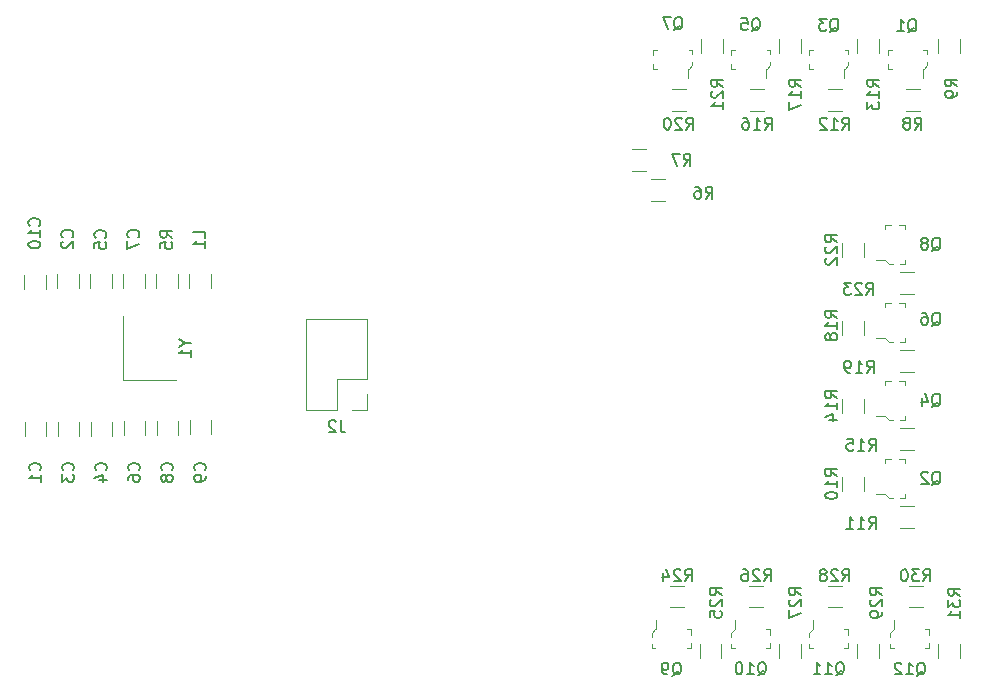
<source format=gbr>
G04 #@! TF.GenerationSoftware,KiCad,Pcbnew,5.0.0-fee4fd1~66~ubuntu18.04.1*
G04 #@! TF.CreationDate,2018-10-02T15:59:07+02:00*
G04 #@! TF.ProjectId,pcb,7063622E6B696361645F706362000000,rev?*
G04 #@! TF.SameCoordinates,Original*
G04 #@! TF.FileFunction,Legend,Bot*
G04 #@! TF.FilePolarity,Positive*
%FSLAX46Y46*%
G04 Gerber Fmt 4.6, Leading zero omitted, Abs format (unit mm)*
G04 Created by KiCad (PCBNEW 5.0.0-fee4fd1~66~ubuntu18.04.1) date Tue Oct  2 15:59:07 2018*
%MOMM*%
%LPD*%
G01*
G04 APERTURE LIST*
%ADD10C,0.120000*%
%ADD11C,0.100000*%
%ADD12C,0.150000*%
G04 APERTURE END LIST*
D10*
G04 #@! TO.C,R6*
X148466564Y-64918000D02*
X147262436Y-64918000D01*
X148466564Y-63098000D02*
X147262436Y-63098000D01*
G04 #@! TO.C,R7*
X146869564Y-62378000D02*
X145665436Y-62378000D01*
X146869564Y-60558000D02*
X145665436Y-60558000D01*
G04 #@! TO.C,J2*
X121920000Y-82610000D02*
X123250000Y-82610000D01*
X123250000Y-82610000D02*
X123250000Y-81280000D01*
X120650000Y-82610000D02*
X120650000Y-80010000D01*
X120650000Y-80010000D02*
X123250000Y-80010000D01*
X123250000Y-80010000D02*
X123250000Y-74870000D01*
X118050000Y-74870000D02*
X123250000Y-74870000D01*
X118050000Y-82610000D02*
X118050000Y-74870000D01*
X118050000Y-82610000D02*
X120650000Y-82610000D01*
D11*
G04 #@! TO.C,Q1*
X170618903Y-52121300D02*
X170318903Y-52121300D01*
X170618903Y-52496300D02*
X170618903Y-52121300D01*
X167318903Y-52121300D02*
X167318903Y-52571300D01*
X167618903Y-52121300D02*
X167318903Y-52121300D01*
X167543903Y-52121300D02*
X167668903Y-52121300D01*
X167318903Y-53771300D02*
X167668903Y-53771300D01*
X167318903Y-53296300D02*
X167318903Y-53771300D01*
X170293903Y-53771300D02*
X170293903Y-54546300D01*
X170343903Y-53771300D02*
X170293903Y-53771300D01*
X170618903Y-53396300D02*
X170343903Y-53771300D01*
X170618903Y-53121300D02*
X170618903Y-53396300D01*
G04 #@! TO.C,Q2*
X168719000Y-90042000D02*
X168719000Y-89742000D01*
X168344000Y-90042000D02*
X168719000Y-90042000D01*
X168719000Y-86742000D02*
X168269000Y-86742000D01*
X168719000Y-87042000D02*
X168719000Y-86742000D01*
X168719000Y-86967000D02*
X168719000Y-87092000D01*
X167069000Y-86742000D02*
X167069000Y-87092000D01*
X167544000Y-86742000D02*
X167069000Y-86742000D01*
X167069000Y-89717000D02*
X166294000Y-89717000D01*
X167069000Y-89767000D02*
X167069000Y-89717000D01*
X167444000Y-90042000D02*
X167069000Y-89767000D01*
X167719000Y-90042000D02*
X167444000Y-90042000D01*
G04 #@! TO.C,Q3*
X163956000Y-52121300D02*
X163656000Y-52121300D01*
X163956000Y-52496300D02*
X163956000Y-52121300D01*
X160656000Y-52121300D02*
X160656000Y-52571300D01*
X160956000Y-52121300D02*
X160656000Y-52121300D01*
X160881000Y-52121300D02*
X161006000Y-52121300D01*
X160656000Y-53771300D02*
X161006000Y-53771300D01*
X160656000Y-53296300D02*
X160656000Y-53771300D01*
X163631000Y-53771300D02*
X163631000Y-54546300D01*
X163681000Y-53771300D02*
X163631000Y-53771300D01*
X163956000Y-53396300D02*
X163681000Y-53771300D01*
X163956000Y-53121300D02*
X163956000Y-53396300D01*
G04 #@! TO.C,Q4*
X168719000Y-83438000D02*
X168719000Y-83138000D01*
X168344000Y-83438000D02*
X168719000Y-83438000D01*
X168719000Y-80138000D02*
X168269000Y-80138000D01*
X168719000Y-80438000D02*
X168719000Y-80138000D01*
X168719000Y-80363000D02*
X168719000Y-80488000D01*
X167069000Y-80138000D02*
X167069000Y-80488000D01*
X167544000Y-80138000D02*
X167069000Y-80138000D01*
X167069000Y-83113000D02*
X166294000Y-83113000D01*
X167069000Y-83163000D02*
X167069000Y-83113000D01*
X167444000Y-83438000D02*
X167069000Y-83163000D01*
X167719000Y-83438000D02*
X167444000Y-83438000D01*
D10*
G04 #@! TO.C,Y1*
X102518000Y-80096000D02*
X102518000Y-74696000D01*
X107018000Y-80096000D02*
X102518000Y-80096000D01*
G04 #@! TO.C,R5*
X107177356Y-71109373D02*
X107177356Y-72313501D01*
X105357356Y-71109373D02*
X105357356Y-72313501D01*
G04 #@! TO.C,R8*
X170020064Y-57298000D02*
X168815936Y-57298000D01*
X170020064Y-55478000D02*
X168815936Y-55478000D01*
G04 #@! TO.C,R9*
X173376000Y-51213936D02*
X173376000Y-52418064D01*
X171556000Y-51213936D02*
X171556000Y-52418064D01*
G04 #@! TO.C,R10*
X163428000Y-89502064D02*
X163428000Y-88297936D01*
X165248000Y-89502064D02*
X165248000Y-88297936D01*
G04 #@! TO.C,R11*
X169512064Y-92604000D02*
X168307936Y-92604000D01*
X169512064Y-90784000D02*
X168307936Y-90784000D01*
G04 #@! TO.C,R12*
X163408504Y-57298000D02*
X162204376Y-57298000D01*
X163408504Y-55478000D02*
X162204376Y-55478000D01*
G04 #@! TO.C,R13*
X166518000Y-51213936D02*
X166518000Y-52418064D01*
X164698000Y-51213936D02*
X164698000Y-52418064D01*
G04 #@! TO.C,R14*
X163428000Y-82861564D02*
X163428000Y-81657436D01*
X165248000Y-82861564D02*
X165248000Y-81657436D01*
G04 #@! TO.C,R15*
X169512064Y-86000000D02*
X168307936Y-86000000D01*
X169512064Y-84180000D02*
X168307936Y-84180000D01*
G04 #@! TO.C,R16*
X156812064Y-57298000D02*
X155607936Y-57298000D01*
X156812064Y-55478000D02*
X155607936Y-55478000D01*
G04 #@! TO.C,R17*
X159914000Y-51213936D02*
X159914000Y-52418064D01*
X158094000Y-51213936D02*
X158094000Y-52418064D01*
G04 #@! TO.C,C1*
X94230615Y-84814635D02*
X94230615Y-83610507D01*
X96050615Y-84814635D02*
X96050615Y-83610507D01*
G04 #@! TO.C,C2*
X96975356Y-72313501D02*
X96975356Y-71109373D01*
X98795356Y-72313501D02*
X98795356Y-71109373D01*
G04 #@! TO.C,C3*
X97024615Y-84814635D02*
X97024615Y-83610507D01*
X98844615Y-84814635D02*
X98844615Y-83610507D01*
G04 #@! TO.C,C4*
X99818615Y-84814635D02*
X99818615Y-83610507D01*
X101638615Y-84814635D02*
X101638615Y-83610507D01*
G04 #@! TO.C,C5*
X99769356Y-72313501D02*
X99769356Y-71109373D01*
X101589356Y-72313501D02*
X101589356Y-71109373D01*
G04 #@! TO.C,C6*
X102612615Y-84724135D02*
X102612615Y-83520007D01*
X104432615Y-84724135D02*
X104432615Y-83520007D01*
G04 #@! TO.C,C7*
X102563356Y-72313501D02*
X102563356Y-71109373D01*
X104383356Y-72313501D02*
X104383356Y-71109373D01*
G04 #@! TO.C,C8*
X105406615Y-84724135D02*
X105406615Y-83520007D01*
X107226615Y-84724135D02*
X107226615Y-83520007D01*
G04 #@! TO.C,C9*
X108200615Y-84687635D02*
X108200615Y-83483507D01*
X110020615Y-84687635D02*
X110020615Y-83483507D01*
G04 #@! TO.C,C10*
X96001356Y-71145873D02*
X96001356Y-72350001D01*
X94181356Y-71145873D02*
X94181356Y-72350001D01*
G04 #@! TO.C,L1*
X108151356Y-72313501D02*
X108151356Y-71109373D01*
X109971356Y-72313501D02*
X109971356Y-71109373D01*
D11*
G04 #@! TO.C,Q5*
X157352000Y-52121300D02*
X157052000Y-52121300D01*
X157352000Y-52496300D02*
X157352000Y-52121300D01*
X154052000Y-52121300D02*
X154052000Y-52571300D01*
X154352000Y-52121300D02*
X154052000Y-52121300D01*
X154277000Y-52121300D02*
X154402000Y-52121300D01*
X154052000Y-53771300D02*
X154402000Y-53771300D01*
X154052000Y-53296300D02*
X154052000Y-53771300D01*
X157027000Y-53771300D02*
X157027000Y-54546300D01*
X157077000Y-53771300D02*
X157027000Y-53771300D01*
X157352000Y-53396300D02*
X157077000Y-53771300D01*
X157352000Y-53121300D02*
X157352000Y-53396300D01*
G04 #@! TO.C,Q6*
X168719000Y-76834000D02*
X168719000Y-76534000D01*
X168344000Y-76834000D02*
X168719000Y-76834000D01*
X168719000Y-73534000D02*
X168269000Y-73534000D01*
X168719000Y-73834000D02*
X168719000Y-73534000D01*
X168719000Y-73759000D02*
X168719000Y-73884000D01*
X167069000Y-73534000D02*
X167069000Y-73884000D01*
X167544000Y-73534000D02*
X167069000Y-73534000D01*
X167069000Y-76509000D02*
X166294000Y-76509000D01*
X167069000Y-76559000D02*
X167069000Y-76509000D01*
X167444000Y-76834000D02*
X167069000Y-76559000D01*
X167719000Y-76834000D02*
X167444000Y-76834000D01*
G04 #@! TO.C,Q7*
X150748000Y-52121300D02*
X150448000Y-52121300D01*
X150748000Y-52496300D02*
X150748000Y-52121300D01*
X147448000Y-52121300D02*
X147448000Y-52571300D01*
X147748000Y-52121300D02*
X147448000Y-52121300D01*
X147673000Y-52121300D02*
X147798000Y-52121300D01*
X147448000Y-53771300D02*
X147798000Y-53771300D01*
X147448000Y-53296300D02*
X147448000Y-53771300D01*
X150423000Y-53771300D02*
X150423000Y-54546300D01*
X150473000Y-53771300D02*
X150423000Y-53771300D01*
X150748000Y-53396300D02*
X150473000Y-53771300D01*
X150748000Y-53121300D02*
X150748000Y-53396300D01*
G04 #@! TO.C,Q8*
X168719000Y-70230000D02*
X168719000Y-69930000D01*
X168344000Y-70230000D02*
X168719000Y-70230000D01*
X168719000Y-66930000D02*
X168269000Y-66930000D01*
X168719000Y-67230000D02*
X168719000Y-66930000D01*
X168719000Y-67155000D02*
X168719000Y-67280000D01*
X167069000Y-66930000D02*
X167069000Y-67280000D01*
X167544000Y-66930000D02*
X167069000Y-66930000D01*
X167069000Y-69905000D02*
X166294000Y-69905000D01*
X167069000Y-69955000D02*
X167069000Y-69905000D01*
X167444000Y-70230000D02*
X167069000Y-69955000D01*
X167719000Y-70230000D02*
X167444000Y-70230000D01*
G04 #@! TO.C,Q9*
X147321000Y-102806000D02*
X147621000Y-102806000D01*
X147321000Y-102431000D02*
X147321000Y-102806000D01*
X150621000Y-102806000D02*
X150621000Y-102356000D01*
X150321000Y-102806000D02*
X150621000Y-102806000D01*
X150396000Y-102806000D02*
X150271000Y-102806000D01*
X150621000Y-101156000D02*
X150271000Y-101156000D01*
X150621000Y-101631000D02*
X150621000Y-101156000D01*
X147646000Y-101156000D02*
X147646000Y-100381000D01*
X147596000Y-101156000D02*
X147646000Y-101156000D01*
X147321000Y-101531000D02*
X147596000Y-101156000D01*
X147321000Y-101806000D02*
X147321000Y-101531000D01*
G04 #@! TO.C,Q10*
X154052000Y-102806000D02*
X154352000Y-102806000D01*
X154052000Y-102431000D02*
X154052000Y-102806000D01*
X157352000Y-102806000D02*
X157352000Y-102356000D01*
X157052000Y-102806000D02*
X157352000Y-102806000D01*
X157127000Y-102806000D02*
X157002000Y-102806000D01*
X157352000Y-101156000D02*
X157002000Y-101156000D01*
X157352000Y-101631000D02*
X157352000Y-101156000D01*
X154377000Y-101156000D02*
X154377000Y-100381000D01*
X154327000Y-101156000D02*
X154377000Y-101156000D01*
X154052000Y-101531000D02*
X154327000Y-101156000D01*
X154052000Y-101806000D02*
X154052000Y-101531000D01*
G04 #@! TO.C,Q11*
X160656000Y-102806000D02*
X160956000Y-102806000D01*
X160656000Y-102431000D02*
X160656000Y-102806000D01*
X163956000Y-102806000D02*
X163956000Y-102356000D01*
X163656000Y-102806000D02*
X163956000Y-102806000D01*
X163731000Y-102806000D02*
X163606000Y-102806000D01*
X163956000Y-101156000D02*
X163606000Y-101156000D01*
X163956000Y-101631000D02*
X163956000Y-101156000D01*
X160981000Y-101156000D02*
X160981000Y-100381000D01*
X160931000Y-101156000D02*
X160981000Y-101156000D01*
X160656000Y-101531000D02*
X160931000Y-101156000D01*
X160656000Y-101806000D02*
X160656000Y-101531000D01*
G04 #@! TO.C,Q12*
X167514000Y-102806000D02*
X167814000Y-102806000D01*
X167514000Y-102431000D02*
X167514000Y-102806000D01*
X170814000Y-102806000D02*
X170814000Y-102356000D01*
X170514000Y-102806000D02*
X170814000Y-102806000D01*
X170589000Y-102806000D02*
X170464000Y-102806000D01*
X170814000Y-101156000D02*
X170464000Y-101156000D01*
X170814000Y-101631000D02*
X170814000Y-101156000D01*
X167839000Y-101156000D02*
X167839000Y-100381000D01*
X167789000Y-101156000D02*
X167839000Y-101156000D01*
X167514000Y-101531000D02*
X167789000Y-101156000D01*
X167514000Y-101806000D02*
X167514000Y-101531000D01*
D10*
G04 #@! TO.C,R18*
X163428000Y-76257564D02*
X163428000Y-75053436D01*
X165248000Y-76257564D02*
X165248000Y-75053436D01*
G04 #@! TO.C,R19*
X169512064Y-79396000D02*
X168307936Y-79396000D01*
X169512064Y-77576000D02*
X168307936Y-77576000D01*
G04 #@! TO.C,R20*
X150208064Y-57298000D02*
X149003936Y-57298000D01*
X150208064Y-55478000D02*
X149003936Y-55478000D01*
G04 #@! TO.C,R21*
X153310000Y-51213936D02*
X153310000Y-52418064D01*
X151490000Y-51213936D02*
X151490000Y-52418064D01*
G04 #@! TO.C,R22*
X163428000Y-69653564D02*
X163428000Y-68449436D01*
X165248000Y-69653564D02*
X165248000Y-68449436D01*
G04 #@! TO.C,R23*
X169512064Y-72792000D02*
X168307936Y-72792000D01*
X169512064Y-70972000D02*
X168307936Y-70972000D01*
G04 #@! TO.C,R24*
X148876936Y-97515000D02*
X150081064Y-97515000D01*
X148876936Y-99335000D02*
X150081064Y-99335000D01*
G04 #@! TO.C,R25*
X151363000Y-103599064D02*
X151363000Y-102394936D01*
X153183000Y-103599064D02*
X153183000Y-102394936D01*
G04 #@! TO.C,R26*
X155571436Y-97515000D02*
X156775564Y-97515000D01*
X155571436Y-99335000D02*
X156775564Y-99335000D01*
G04 #@! TO.C,R27*
X158094000Y-103599064D02*
X158094000Y-102394936D01*
X159914000Y-103599064D02*
X159914000Y-102394936D01*
G04 #@! TO.C,R28*
X162248436Y-97515000D02*
X163452564Y-97515000D01*
X162248436Y-99335000D02*
X163452564Y-99335000D01*
G04 #@! TO.C,R29*
X164698000Y-103599064D02*
X164698000Y-102394936D01*
X166518000Y-103599064D02*
X166518000Y-102394936D01*
G04 #@! TO.C,R30*
X169069936Y-97515000D02*
X170274064Y-97515000D01*
X169069936Y-99335000D02*
X170274064Y-99335000D01*
G04 #@! TO.C,R31*
X171556000Y-103599064D02*
X171556000Y-102394936D01*
X173376000Y-103599064D02*
X173376000Y-102394936D01*
G04 #@! TO.C,R6*
D12*
X151877666Y-64714380D02*
X152211000Y-64238190D01*
X152449095Y-64714380D02*
X152449095Y-63714380D01*
X152068142Y-63714380D01*
X151972904Y-63762000D01*
X151925285Y-63809619D01*
X151877666Y-63904857D01*
X151877666Y-64047714D01*
X151925285Y-64142952D01*
X151972904Y-64190571D01*
X152068142Y-64238190D01*
X152449095Y-64238190D01*
X151020523Y-63714380D02*
X151211000Y-63714380D01*
X151306238Y-63762000D01*
X151353857Y-63809619D01*
X151449095Y-63952476D01*
X151496714Y-64142952D01*
X151496714Y-64523904D01*
X151449095Y-64619142D01*
X151401476Y-64666761D01*
X151306238Y-64714380D01*
X151115761Y-64714380D01*
X151020523Y-64666761D01*
X150972904Y-64619142D01*
X150925285Y-64523904D01*
X150925285Y-64285809D01*
X150972904Y-64190571D01*
X151020523Y-64142952D01*
X151115761Y-64095333D01*
X151306238Y-64095333D01*
X151401476Y-64142952D01*
X151449095Y-64190571D01*
X151496714Y-64285809D01*
G04 #@! TO.C,R7*
X150026666Y-61920380D02*
X150360000Y-61444190D01*
X150598095Y-61920380D02*
X150598095Y-60920380D01*
X150217142Y-60920380D01*
X150121904Y-60968000D01*
X150074285Y-61015619D01*
X150026666Y-61110857D01*
X150026666Y-61253714D01*
X150074285Y-61348952D01*
X150121904Y-61396571D01*
X150217142Y-61444190D01*
X150598095Y-61444190D01*
X149693333Y-60920380D02*
X149026666Y-60920380D01*
X149455238Y-61920380D01*
G04 #@! TO.C,J2*
X120983333Y-83502380D02*
X120983333Y-84216666D01*
X121030952Y-84359523D01*
X121126190Y-84454761D01*
X121269047Y-84502380D01*
X121364285Y-84502380D01*
X120554761Y-83597619D02*
X120507142Y-83550000D01*
X120411904Y-83502380D01*
X120173809Y-83502380D01*
X120078571Y-83550000D01*
X120030952Y-83597619D01*
X119983333Y-83692857D01*
X119983333Y-83788095D01*
X120030952Y-83930952D01*
X120602380Y-84502380D01*
X119983333Y-84502380D01*
G04 #@! TO.C,Q1*
X169005238Y-50642302D02*
X169100476Y-50594683D01*
X169195714Y-50499444D01*
X169338571Y-50356587D01*
X169433809Y-50308968D01*
X169529047Y-50308968D01*
X169481428Y-50547063D02*
X169576666Y-50499444D01*
X169671904Y-50404206D01*
X169719523Y-50213730D01*
X169719523Y-49880397D01*
X169671904Y-49689921D01*
X169576666Y-49594683D01*
X169481428Y-49547063D01*
X169290952Y-49547063D01*
X169195714Y-49594683D01*
X169100476Y-49689921D01*
X169052857Y-49880397D01*
X169052857Y-50213730D01*
X169100476Y-50404206D01*
X169195714Y-50499444D01*
X169290952Y-50547063D01*
X169481428Y-50547063D01*
X168100476Y-50547063D02*
X168671904Y-50547063D01*
X168386190Y-50547063D02*
X168386190Y-49547063D01*
X168481428Y-49689921D01*
X168576666Y-49785159D01*
X168671904Y-49832778D01*
G04 #@! TO.C,Q2*
X171037238Y-88939619D02*
X171132476Y-88892000D01*
X171227714Y-88796761D01*
X171370571Y-88653904D01*
X171465809Y-88606285D01*
X171561047Y-88606285D01*
X171513428Y-88844380D02*
X171608666Y-88796761D01*
X171703904Y-88701523D01*
X171751523Y-88511047D01*
X171751523Y-88177714D01*
X171703904Y-87987238D01*
X171608666Y-87892000D01*
X171513428Y-87844380D01*
X171322952Y-87844380D01*
X171227714Y-87892000D01*
X171132476Y-87987238D01*
X171084857Y-88177714D01*
X171084857Y-88511047D01*
X171132476Y-88701523D01*
X171227714Y-88796761D01*
X171322952Y-88844380D01*
X171513428Y-88844380D01*
X170703904Y-87939619D02*
X170656285Y-87892000D01*
X170561047Y-87844380D01*
X170322952Y-87844380D01*
X170227714Y-87892000D01*
X170180095Y-87939619D01*
X170132476Y-88034857D01*
X170132476Y-88130095D01*
X170180095Y-88272952D01*
X170751523Y-88844380D01*
X170132476Y-88844380D01*
G04 #@! TO.C,Q3*
X162401238Y-50585619D02*
X162496476Y-50538000D01*
X162591714Y-50442761D01*
X162734571Y-50299904D01*
X162829809Y-50252285D01*
X162925047Y-50252285D01*
X162877428Y-50490380D02*
X162972666Y-50442761D01*
X163067904Y-50347523D01*
X163115523Y-50157047D01*
X163115523Y-49823714D01*
X163067904Y-49633238D01*
X162972666Y-49538000D01*
X162877428Y-49490380D01*
X162686952Y-49490380D01*
X162591714Y-49538000D01*
X162496476Y-49633238D01*
X162448857Y-49823714D01*
X162448857Y-50157047D01*
X162496476Y-50347523D01*
X162591714Y-50442761D01*
X162686952Y-50490380D01*
X162877428Y-50490380D01*
X162115523Y-49490380D02*
X161496476Y-49490380D01*
X161829809Y-49871333D01*
X161686952Y-49871333D01*
X161591714Y-49918952D01*
X161544095Y-49966571D01*
X161496476Y-50061809D01*
X161496476Y-50299904D01*
X161544095Y-50395142D01*
X161591714Y-50442761D01*
X161686952Y-50490380D01*
X161972666Y-50490380D01*
X162067904Y-50442761D01*
X162115523Y-50395142D01*
G04 #@! TO.C,Q4*
X171037238Y-82335619D02*
X171132476Y-82288000D01*
X171227714Y-82192761D01*
X171370571Y-82049904D01*
X171465809Y-82002285D01*
X171561047Y-82002285D01*
X171513428Y-82240380D02*
X171608666Y-82192761D01*
X171703904Y-82097523D01*
X171751523Y-81907047D01*
X171751523Y-81573714D01*
X171703904Y-81383238D01*
X171608666Y-81288000D01*
X171513428Y-81240380D01*
X171322952Y-81240380D01*
X171227714Y-81288000D01*
X171132476Y-81383238D01*
X171084857Y-81573714D01*
X171084857Y-81907047D01*
X171132476Y-82097523D01*
X171227714Y-82192761D01*
X171322952Y-82240380D01*
X171513428Y-82240380D01*
X170227714Y-81573714D02*
X170227714Y-82240380D01*
X170465809Y-81192761D02*
X170703904Y-81907047D01*
X170084857Y-81907047D01*
G04 #@! TO.C,Y1*
X107794190Y-76919809D02*
X108270380Y-76919809D01*
X107270380Y-76586476D02*
X107794190Y-76919809D01*
X107270380Y-77253142D01*
X108270380Y-78110285D02*
X108270380Y-77538857D01*
X108270380Y-77824571D02*
X107270380Y-77824571D01*
X107413238Y-77729333D01*
X107508476Y-77634095D01*
X107556095Y-77538857D01*
G04 #@! TO.C,R5*
X106719736Y-68025270D02*
X106243546Y-67691937D01*
X106719736Y-67453841D02*
X105719736Y-67453841D01*
X105719736Y-67834794D01*
X105767356Y-67930032D01*
X105814975Y-67977651D01*
X105910213Y-68025270D01*
X106053070Y-68025270D01*
X106148308Y-67977651D01*
X106195927Y-67930032D01*
X106243546Y-67834794D01*
X106243546Y-67453841D01*
X105719736Y-68930032D02*
X105719736Y-68453841D01*
X106195927Y-68406222D01*
X106148308Y-68453841D01*
X106100689Y-68549079D01*
X106100689Y-68787175D01*
X106148308Y-68882413D01*
X106195927Y-68930032D01*
X106291165Y-68977651D01*
X106529260Y-68977651D01*
X106624498Y-68930032D01*
X106672117Y-68882413D01*
X106719736Y-68787175D01*
X106719736Y-68549079D01*
X106672117Y-68453841D01*
X106624498Y-68406222D01*
G04 #@! TO.C,R8*
X169584666Y-58872380D02*
X169918000Y-58396190D01*
X170156095Y-58872380D02*
X170156095Y-57872380D01*
X169775142Y-57872380D01*
X169679904Y-57920000D01*
X169632285Y-57967619D01*
X169584666Y-58062857D01*
X169584666Y-58205714D01*
X169632285Y-58300952D01*
X169679904Y-58348571D01*
X169775142Y-58396190D01*
X170156095Y-58396190D01*
X169013238Y-58300952D02*
X169108476Y-58253333D01*
X169156095Y-58205714D01*
X169203714Y-58110476D01*
X169203714Y-58062857D01*
X169156095Y-57967619D01*
X169108476Y-57920000D01*
X169013238Y-57872380D01*
X168822761Y-57872380D01*
X168727523Y-57920000D01*
X168679904Y-57967619D01*
X168632285Y-58062857D01*
X168632285Y-58110476D01*
X168679904Y-58205714D01*
X168727523Y-58253333D01*
X168822761Y-58300952D01*
X169013238Y-58300952D01*
X169108476Y-58348571D01*
X169156095Y-58396190D01*
X169203714Y-58491428D01*
X169203714Y-58681904D01*
X169156095Y-58777142D01*
X169108476Y-58824761D01*
X169013238Y-58872380D01*
X168822761Y-58872380D01*
X168727523Y-58824761D01*
X168679904Y-58777142D01*
X168632285Y-58681904D01*
X168632285Y-58491428D01*
X168679904Y-58396190D01*
X168727523Y-58348571D01*
X168822761Y-58300952D01*
G04 #@! TO.C,R9*
X173172380Y-55205333D02*
X172696190Y-54872000D01*
X173172380Y-54633904D02*
X172172380Y-54633904D01*
X172172380Y-55014857D01*
X172220000Y-55110095D01*
X172267619Y-55157714D01*
X172362857Y-55205333D01*
X172505714Y-55205333D01*
X172600952Y-55157714D01*
X172648571Y-55110095D01*
X172696190Y-55014857D01*
X172696190Y-54633904D01*
X173172380Y-55681523D02*
X173172380Y-55872000D01*
X173124761Y-55967238D01*
X173077142Y-56014857D01*
X172934285Y-56110095D01*
X172743809Y-56157714D01*
X172362857Y-56157714D01*
X172267619Y-56110095D01*
X172220000Y-56062476D01*
X172172380Y-55967238D01*
X172172380Y-55776761D01*
X172220000Y-55681523D01*
X172267619Y-55633904D01*
X172362857Y-55586285D01*
X172600952Y-55586285D01*
X172696190Y-55633904D01*
X172743809Y-55681523D01*
X172791428Y-55776761D01*
X172791428Y-55967238D01*
X172743809Y-56062476D01*
X172696190Y-56110095D01*
X172600952Y-56157714D01*
G04 #@! TO.C,R10*
X163012380Y-88220642D02*
X162536190Y-87887309D01*
X163012380Y-87649214D02*
X162012380Y-87649214D01*
X162012380Y-88030166D01*
X162060000Y-88125404D01*
X162107619Y-88173023D01*
X162202857Y-88220642D01*
X162345714Y-88220642D01*
X162440952Y-88173023D01*
X162488571Y-88125404D01*
X162536190Y-88030166D01*
X162536190Y-87649214D01*
X163012380Y-89173023D02*
X163012380Y-88601595D01*
X163012380Y-88887309D02*
X162012380Y-88887309D01*
X162155238Y-88792071D01*
X162250476Y-88696833D01*
X162298095Y-88601595D01*
X162012380Y-89792071D02*
X162012380Y-89887309D01*
X162060000Y-89982547D01*
X162107619Y-90030166D01*
X162202857Y-90077785D01*
X162393333Y-90125404D01*
X162631428Y-90125404D01*
X162821904Y-90077785D01*
X162917142Y-90030166D01*
X162964761Y-89982547D01*
X163012380Y-89887309D01*
X163012380Y-89792071D01*
X162964761Y-89696833D01*
X162917142Y-89649214D01*
X162821904Y-89601595D01*
X162631428Y-89553976D01*
X162393333Y-89553976D01*
X162202857Y-89601595D01*
X162107619Y-89649214D01*
X162060000Y-89696833D01*
X162012380Y-89792071D01*
G04 #@! TO.C,R11*
X165706357Y-92654380D02*
X166039690Y-92178190D01*
X166277785Y-92654380D02*
X166277785Y-91654380D01*
X165896833Y-91654380D01*
X165801595Y-91702000D01*
X165753976Y-91749619D01*
X165706357Y-91844857D01*
X165706357Y-91987714D01*
X165753976Y-92082952D01*
X165801595Y-92130571D01*
X165896833Y-92178190D01*
X166277785Y-92178190D01*
X164753976Y-92654380D02*
X165325404Y-92654380D01*
X165039690Y-92654380D02*
X165039690Y-91654380D01*
X165134928Y-91797238D01*
X165230166Y-91892476D01*
X165325404Y-91940095D01*
X163801595Y-92654380D02*
X164373023Y-92654380D01*
X164087309Y-92654380D02*
X164087309Y-91654380D01*
X164182547Y-91797238D01*
X164277785Y-91892476D01*
X164373023Y-91940095D01*
G04 #@! TO.C,R12*
X163456857Y-58872380D02*
X163790190Y-58396190D01*
X164028285Y-58872380D02*
X164028285Y-57872380D01*
X163647333Y-57872380D01*
X163552095Y-57920000D01*
X163504476Y-57967619D01*
X163456857Y-58062857D01*
X163456857Y-58205714D01*
X163504476Y-58300952D01*
X163552095Y-58348571D01*
X163647333Y-58396190D01*
X164028285Y-58396190D01*
X162504476Y-58872380D02*
X163075904Y-58872380D01*
X162790190Y-58872380D02*
X162790190Y-57872380D01*
X162885428Y-58015238D01*
X162980666Y-58110476D01*
X163075904Y-58158095D01*
X162123523Y-57967619D02*
X162075904Y-57920000D01*
X161980666Y-57872380D01*
X161742571Y-57872380D01*
X161647333Y-57920000D01*
X161599714Y-57967619D01*
X161552095Y-58062857D01*
X161552095Y-58158095D01*
X161599714Y-58300952D01*
X162171142Y-58872380D01*
X161552095Y-58872380D01*
G04 #@! TO.C,R13*
X166568380Y-55237142D02*
X166092190Y-54903809D01*
X166568380Y-54665714D02*
X165568380Y-54665714D01*
X165568380Y-55046666D01*
X165616000Y-55141904D01*
X165663619Y-55189523D01*
X165758857Y-55237142D01*
X165901714Y-55237142D01*
X165996952Y-55189523D01*
X166044571Y-55141904D01*
X166092190Y-55046666D01*
X166092190Y-54665714D01*
X166568380Y-56189523D02*
X166568380Y-55618095D01*
X166568380Y-55903809D02*
X165568380Y-55903809D01*
X165711238Y-55808571D01*
X165806476Y-55713333D01*
X165854095Y-55618095D01*
X165568380Y-56522857D02*
X165568380Y-57141904D01*
X165949333Y-56808571D01*
X165949333Y-56951428D01*
X165996952Y-57046666D01*
X166044571Y-57094285D01*
X166139809Y-57141904D01*
X166377904Y-57141904D01*
X166473142Y-57094285D01*
X166520761Y-57046666D01*
X166568380Y-56951428D01*
X166568380Y-56665714D01*
X166520761Y-56570476D01*
X166473142Y-56522857D01*
G04 #@! TO.C,R14*
X163012380Y-81616642D02*
X162536190Y-81283309D01*
X163012380Y-81045214D02*
X162012380Y-81045214D01*
X162012380Y-81426166D01*
X162060000Y-81521404D01*
X162107619Y-81569023D01*
X162202857Y-81616642D01*
X162345714Y-81616642D01*
X162440952Y-81569023D01*
X162488571Y-81521404D01*
X162536190Y-81426166D01*
X162536190Y-81045214D01*
X163012380Y-82569023D02*
X163012380Y-81997595D01*
X163012380Y-82283309D02*
X162012380Y-82283309D01*
X162155238Y-82188071D01*
X162250476Y-82092833D01*
X162298095Y-81997595D01*
X162345714Y-83426166D02*
X163012380Y-83426166D01*
X161964761Y-83188071D02*
X162679047Y-82949976D01*
X162679047Y-83569023D01*
G04 #@! TO.C,R15*
X165706357Y-86050380D02*
X166039690Y-85574190D01*
X166277785Y-86050380D02*
X166277785Y-85050380D01*
X165896833Y-85050380D01*
X165801595Y-85098000D01*
X165753976Y-85145619D01*
X165706357Y-85240857D01*
X165706357Y-85383714D01*
X165753976Y-85478952D01*
X165801595Y-85526571D01*
X165896833Y-85574190D01*
X166277785Y-85574190D01*
X164753976Y-86050380D02*
X165325404Y-86050380D01*
X165039690Y-86050380D02*
X165039690Y-85050380D01*
X165134928Y-85193238D01*
X165230166Y-85288476D01*
X165325404Y-85336095D01*
X163849214Y-85050380D02*
X164325404Y-85050380D01*
X164373023Y-85526571D01*
X164325404Y-85478952D01*
X164230166Y-85431333D01*
X163992071Y-85431333D01*
X163896833Y-85478952D01*
X163849214Y-85526571D01*
X163801595Y-85621809D01*
X163801595Y-85859904D01*
X163849214Y-85955142D01*
X163896833Y-86002761D01*
X163992071Y-86050380D01*
X164230166Y-86050380D01*
X164325404Y-86002761D01*
X164373023Y-85955142D01*
G04 #@! TO.C,R16*
X156889357Y-58872380D02*
X157222690Y-58396190D01*
X157460785Y-58872380D02*
X157460785Y-57872380D01*
X157079833Y-57872380D01*
X156984595Y-57920000D01*
X156936976Y-57967619D01*
X156889357Y-58062857D01*
X156889357Y-58205714D01*
X156936976Y-58300952D01*
X156984595Y-58348571D01*
X157079833Y-58396190D01*
X157460785Y-58396190D01*
X155936976Y-58872380D02*
X156508404Y-58872380D01*
X156222690Y-58872380D02*
X156222690Y-57872380D01*
X156317928Y-58015238D01*
X156413166Y-58110476D01*
X156508404Y-58158095D01*
X155079833Y-57872380D02*
X155270309Y-57872380D01*
X155365547Y-57920000D01*
X155413166Y-57967619D01*
X155508404Y-58110476D01*
X155556023Y-58300952D01*
X155556023Y-58681904D01*
X155508404Y-58777142D01*
X155460785Y-58824761D01*
X155365547Y-58872380D01*
X155175071Y-58872380D01*
X155079833Y-58824761D01*
X155032214Y-58777142D01*
X154984595Y-58681904D01*
X154984595Y-58443809D01*
X155032214Y-58348571D01*
X155079833Y-58300952D01*
X155175071Y-58253333D01*
X155365547Y-58253333D01*
X155460785Y-58300952D01*
X155508404Y-58348571D01*
X155556023Y-58443809D01*
G04 #@! TO.C,R17*
X159964380Y-55237142D02*
X159488190Y-54903809D01*
X159964380Y-54665714D02*
X158964380Y-54665714D01*
X158964380Y-55046666D01*
X159012000Y-55141904D01*
X159059619Y-55189523D01*
X159154857Y-55237142D01*
X159297714Y-55237142D01*
X159392952Y-55189523D01*
X159440571Y-55141904D01*
X159488190Y-55046666D01*
X159488190Y-54665714D01*
X159964380Y-56189523D02*
X159964380Y-55618095D01*
X159964380Y-55903809D02*
X158964380Y-55903809D01*
X159107238Y-55808571D01*
X159202476Y-55713333D01*
X159250095Y-55618095D01*
X158964380Y-56522857D02*
X158964380Y-57189523D01*
X159964380Y-56760952D01*
G04 #@! TO.C,C1*
X95497757Y-87717333D02*
X95545376Y-87669714D01*
X95592995Y-87526857D01*
X95592995Y-87431619D01*
X95545376Y-87288761D01*
X95450138Y-87193523D01*
X95354900Y-87145904D01*
X95164424Y-87098285D01*
X95021567Y-87098285D01*
X94831091Y-87145904D01*
X94735853Y-87193523D01*
X94640615Y-87288761D01*
X94592995Y-87431619D01*
X94592995Y-87526857D01*
X94640615Y-87669714D01*
X94688234Y-87717333D01*
X95592995Y-88669714D02*
X95592995Y-88098285D01*
X95592995Y-88384000D02*
X94592995Y-88384000D01*
X94735853Y-88288761D01*
X94831091Y-88193523D01*
X94878710Y-88098285D01*
G04 #@! TO.C,C2*
X98242498Y-67988770D02*
X98290117Y-67941151D01*
X98337736Y-67798294D01*
X98337736Y-67703056D01*
X98290117Y-67560198D01*
X98194879Y-67464960D01*
X98099641Y-67417341D01*
X97909165Y-67369722D01*
X97766308Y-67369722D01*
X97575832Y-67417341D01*
X97480594Y-67464960D01*
X97385356Y-67560198D01*
X97337736Y-67703056D01*
X97337736Y-67798294D01*
X97385356Y-67941151D01*
X97432975Y-67988770D01*
X97432975Y-68369722D02*
X97385356Y-68417341D01*
X97337736Y-68512579D01*
X97337736Y-68750675D01*
X97385356Y-68845913D01*
X97432975Y-68893532D01*
X97528213Y-68941151D01*
X97623451Y-68941151D01*
X97766308Y-68893532D01*
X98337736Y-68322103D01*
X98337736Y-68941151D01*
G04 #@! TO.C,C3*
X98291757Y-87717333D02*
X98339376Y-87669714D01*
X98386995Y-87526857D01*
X98386995Y-87431619D01*
X98339376Y-87288761D01*
X98244138Y-87193523D01*
X98148900Y-87145904D01*
X97958424Y-87098285D01*
X97815567Y-87098285D01*
X97625091Y-87145904D01*
X97529853Y-87193523D01*
X97434615Y-87288761D01*
X97386995Y-87431619D01*
X97386995Y-87526857D01*
X97434615Y-87669714D01*
X97482234Y-87717333D01*
X97386995Y-88050666D02*
X97386995Y-88669714D01*
X97767948Y-88336380D01*
X97767948Y-88479238D01*
X97815567Y-88574476D01*
X97863186Y-88622095D01*
X97958424Y-88669714D01*
X98196519Y-88669714D01*
X98291757Y-88622095D01*
X98339376Y-88574476D01*
X98386995Y-88479238D01*
X98386995Y-88193523D01*
X98339376Y-88098285D01*
X98291757Y-88050666D01*
G04 #@! TO.C,C4*
X101085757Y-87717333D02*
X101133376Y-87669714D01*
X101180995Y-87526857D01*
X101180995Y-87431619D01*
X101133376Y-87288761D01*
X101038138Y-87193523D01*
X100942900Y-87145904D01*
X100752424Y-87098285D01*
X100609567Y-87098285D01*
X100419091Y-87145904D01*
X100323853Y-87193523D01*
X100228615Y-87288761D01*
X100180995Y-87431619D01*
X100180995Y-87526857D01*
X100228615Y-87669714D01*
X100276234Y-87717333D01*
X100514329Y-88574476D02*
X101180995Y-88574476D01*
X100133376Y-88336380D02*
X100847662Y-88098285D01*
X100847662Y-88717333D01*
G04 #@! TO.C,C5*
X101036498Y-68025270D02*
X101084117Y-67977651D01*
X101131736Y-67834794D01*
X101131736Y-67739556D01*
X101084117Y-67596698D01*
X100988879Y-67501460D01*
X100893641Y-67453841D01*
X100703165Y-67406222D01*
X100560308Y-67406222D01*
X100369832Y-67453841D01*
X100274594Y-67501460D01*
X100179356Y-67596698D01*
X100131736Y-67739556D01*
X100131736Y-67834794D01*
X100179356Y-67977651D01*
X100226975Y-68025270D01*
X100131736Y-68930032D02*
X100131736Y-68453841D01*
X100607927Y-68406222D01*
X100560308Y-68453841D01*
X100512689Y-68549079D01*
X100512689Y-68787175D01*
X100560308Y-68882413D01*
X100607927Y-68930032D01*
X100703165Y-68977651D01*
X100941260Y-68977651D01*
X101036498Y-68930032D01*
X101084117Y-68882413D01*
X101131736Y-68787175D01*
X101131736Y-68549079D01*
X101084117Y-68453841D01*
X101036498Y-68406222D01*
G04 #@! TO.C,C6*
X103879757Y-87717333D02*
X103927376Y-87669714D01*
X103974995Y-87526857D01*
X103974995Y-87431619D01*
X103927376Y-87288761D01*
X103832138Y-87193523D01*
X103736900Y-87145904D01*
X103546424Y-87098285D01*
X103403567Y-87098285D01*
X103213091Y-87145904D01*
X103117853Y-87193523D01*
X103022615Y-87288761D01*
X102974995Y-87431619D01*
X102974995Y-87526857D01*
X103022615Y-87669714D01*
X103070234Y-87717333D01*
X102974995Y-88574476D02*
X102974995Y-88384000D01*
X103022615Y-88288761D01*
X103070234Y-88241142D01*
X103213091Y-88145904D01*
X103403567Y-88098285D01*
X103784519Y-88098285D01*
X103879757Y-88145904D01*
X103927376Y-88193523D01*
X103974995Y-88288761D01*
X103974995Y-88479238D01*
X103927376Y-88574476D01*
X103879757Y-88622095D01*
X103784519Y-88669714D01*
X103546424Y-88669714D01*
X103451186Y-88622095D01*
X103403567Y-88574476D01*
X103355948Y-88479238D01*
X103355948Y-88288761D01*
X103403567Y-88193523D01*
X103451186Y-88145904D01*
X103546424Y-88098285D01*
G04 #@! TO.C,C7*
X103830498Y-67988770D02*
X103878117Y-67941151D01*
X103925736Y-67798294D01*
X103925736Y-67703056D01*
X103878117Y-67560198D01*
X103782879Y-67464960D01*
X103687641Y-67417341D01*
X103497165Y-67369722D01*
X103354308Y-67369722D01*
X103163832Y-67417341D01*
X103068594Y-67464960D01*
X102973356Y-67560198D01*
X102925736Y-67703056D01*
X102925736Y-67798294D01*
X102973356Y-67941151D01*
X103020975Y-67988770D01*
X102925736Y-68322103D02*
X102925736Y-68988770D01*
X103925736Y-68560198D01*
G04 #@! TO.C,C8*
X106673757Y-87717333D02*
X106721376Y-87669714D01*
X106768995Y-87526857D01*
X106768995Y-87431619D01*
X106721376Y-87288761D01*
X106626138Y-87193523D01*
X106530900Y-87145904D01*
X106340424Y-87098285D01*
X106197567Y-87098285D01*
X106007091Y-87145904D01*
X105911853Y-87193523D01*
X105816615Y-87288761D01*
X105768995Y-87431619D01*
X105768995Y-87526857D01*
X105816615Y-87669714D01*
X105864234Y-87717333D01*
X106197567Y-88288761D02*
X106149948Y-88193523D01*
X106102329Y-88145904D01*
X106007091Y-88098285D01*
X105959472Y-88098285D01*
X105864234Y-88145904D01*
X105816615Y-88193523D01*
X105768995Y-88288761D01*
X105768995Y-88479238D01*
X105816615Y-88574476D01*
X105864234Y-88622095D01*
X105959472Y-88669714D01*
X106007091Y-88669714D01*
X106102329Y-88622095D01*
X106149948Y-88574476D01*
X106197567Y-88479238D01*
X106197567Y-88288761D01*
X106245186Y-88193523D01*
X106292805Y-88145904D01*
X106388043Y-88098285D01*
X106578519Y-88098285D01*
X106673757Y-88145904D01*
X106721376Y-88193523D01*
X106768995Y-88288761D01*
X106768995Y-88479238D01*
X106721376Y-88574476D01*
X106673757Y-88622095D01*
X106578519Y-88669714D01*
X106388043Y-88669714D01*
X106292805Y-88622095D01*
X106245186Y-88574476D01*
X106197567Y-88479238D01*
G04 #@! TO.C,C9*
X109467757Y-87717333D02*
X109515376Y-87669714D01*
X109562995Y-87526857D01*
X109562995Y-87431619D01*
X109515376Y-87288761D01*
X109420138Y-87193523D01*
X109324900Y-87145904D01*
X109134424Y-87098285D01*
X108991567Y-87098285D01*
X108801091Y-87145904D01*
X108705853Y-87193523D01*
X108610615Y-87288761D01*
X108562995Y-87431619D01*
X108562995Y-87526857D01*
X108610615Y-87669714D01*
X108658234Y-87717333D01*
X109562995Y-88193523D02*
X109562995Y-88384000D01*
X109515376Y-88479238D01*
X109467757Y-88526857D01*
X109324900Y-88622095D01*
X109134424Y-88669714D01*
X108753472Y-88669714D01*
X108658234Y-88622095D01*
X108610615Y-88574476D01*
X108562995Y-88479238D01*
X108562995Y-88288761D01*
X108610615Y-88193523D01*
X108658234Y-88145904D01*
X108753472Y-88098285D01*
X108991567Y-88098285D01*
X109086805Y-88145904D01*
X109134424Y-88193523D01*
X109182043Y-88288761D01*
X109182043Y-88479238D01*
X109134424Y-88574476D01*
X109086805Y-88622095D01*
X108991567Y-88669714D01*
G04 #@! TO.C,C10*
X95448498Y-67004579D02*
X95496117Y-66956960D01*
X95543736Y-66814103D01*
X95543736Y-66718865D01*
X95496117Y-66576008D01*
X95400879Y-66480770D01*
X95305641Y-66433151D01*
X95115165Y-66385532D01*
X94972308Y-66385532D01*
X94781832Y-66433151D01*
X94686594Y-66480770D01*
X94591356Y-66576008D01*
X94543736Y-66718865D01*
X94543736Y-66814103D01*
X94591356Y-66956960D01*
X94638975Y-67004579D01*
X95543736Y-67956960D02*
X95543736Y-67385532D01*
X95543736Y-67671246D02*
X94543736Y-67671246D01*
X94686594Y-67576008D01*
X94781832Y-67480770D01*
X94829451Y-67385532D01*
X94543736Y-68576008D02*
X94543736Y-68671246D01*
X94591356Y-68766484D01*
X94638975Y-68814103D01*
X94734213Y-68861722D01*
X94924689Y-68909341D01*
X95162784Y-68909341D01*
X95353260Y-68861722D01*
X95448498Y-68814103D01*
X95496117Y-68766484D01*
X95543736Y-68671246D01*
X95543736Y-68576008D01*
X95496117Y-68480770D01*
X95448498Y-68433151D01*
X95353260Y-68385532D01*
X95162784Y-68337913D01*
X94924689Y-68337913D01*
X94734213Y-68385532D01*
X94638975Y-68433151D01*
X94591356Y-68480770D01*
X94543736Y-68576008D01*
G04 #@! TO.C,L1*
X109513736Y-68025270D02*
X109513736Y-67549079D01*
X108513736Y-67549079D01*
X109513736Y-68882413D02*
X109513736Y-68310984D01*
X109513736Y-68596698D02*
X108513736Y-68596698D01*
X108656594Y-68501460D01*
X108751832Y-68406222D01*
X108799451Y-68310984D01*
G04 #@! TO.C,Q5*
X155763238Y-50522119D02*
X155858476Y-50474500D01*
X155953714Y-50379261D01*
X156096571Y-50236404D01*
X156191809Y-50188785D01*
X156287047Y-50188785D01*
X156239428Y-50426880D02*
X156334666Y-50379261D01*
X156429904Y-50284023D01*
X156477523Y-50093547D01*
X156477523Y-49760214D01*
X156429904Y-49569738D01*
X156334666Y-49474500D01*
X156239428Y-49426880D01*
X156048952Y-49426880D01*
X155953714Y-49474500D01*
X155858476Y-49569738D01*
X155810857Y-49760214D01*
X155810857Y-50093547D01*
X155858476Y-50284023D01*
X155953714Y-50379261D01*
X156048952Y-50426880D01*
X156239428Y-50426880D01*
X154906095Y-49426880D02*
X155382285Y-49426880D01*
X155429904Y-49903071D01*
X155382285Y-49855452D01*
X155287047Y-49807833D01*
X155048952Y-49807833D01*
X154953714Y-49855452D01*
X154906095Y-49903071D01*
X154858476Y-49998309D01*
X154858476Y-50236404D01*
X154906095Y-50331642D01*
X154953714Y-50379261D01*
X155048952Y-50426880D01*
X155287047Y-50426880D01*
X155382285Y-50379261D01*
X155429904Y-50331642D01*
G04 #@! TO.C,Q6*
X171037238Y-75477619D02*
X171132476Y-75430000D01*
X171227714Y-75334761D01*
X171370571Y-75191904D01*
X171465809Y-75144285D01*
X171561047Y-75144285D01*
X171513428Y-75382380D02*
X171608666Y-75334761D01*
X171703904Y-75239523D01*
X171751523Y-75049047D01*
X171751523Y-74715714D01*
X171703904Y-74525238D01*
X171608666Y-74430000D01*
X171513428Y-74382380D01*
X171322952Y-74382380D01*
X171227714Y-74430000D01*
X171132476Y-74525238D01*
X171084857Y-74715714D01*
X171084857Y-75049047D01*
X171132476Y-75239523D01*
X171227714Y-75334761D01*
X171322952Y-75382380D01*
X171513428Y-75382380D01*
X170227714Y-74382380D02*
X170418190Y-74382380D01*
X170513428Y-74430000D01*
X170561047Y-74477619D01*
X170656285Y-74620476D01*
X170703904Y-74810952D01*
X170703904Y-75191904D01*
X170656285Y-75287142D01*
X170608666Y-75334761D01*
X170513428Y-75382380D01*
X170322952Y-75382380D01*
X170227714Y-75334761D01*
X170180095Y-75287142D01*
X170132476Y-75191904D01*
X170132476Y-74953809D01*
X170180095Y-74858571D01*
X170227714Y-74810952D01*
X170322952Y-74763333D01*
X170513428Y-74763333D01*
X170608666Y-74810952D01*
X170656285Y-74858571D01*
X170703904Y-74953809D01*
G04 #@! TO.C,Q7*
X149193238Y-50445919D02*
X149288476Y-50398300D01*
X149383714Y-50303061D01*
X149526571Y-50160204D01*
X149621809Y-50112585D01*
X149717047Y-50112585D01*
X149669428Y-50350680D02*
X149764666Y-50303061D01*
X149859904Y-50207823D01*
X149907523Y-50017347D01*
X149907523Y-49684014D01*
X149859904Y-49493538D01*
X149764666Y-49398300D01*
X149669428Y-49350680D01*
X149478952Y-49350680D01*
X149383714Y-49398300D01*
X149288476Y-49493538D01*
X149240857Y-49684014D01*
X149240857Y-50017347D01*
X149288476Y-50207823D01*
X149383714Y-50303061D01*
X149478952Y-50350680D01*
X149669428Y-50350680D01*
X148907523Y-49350680D02*
X148240857Y-49350680D01*
X148669428Y-50350680D01*
G04 #@! TO.C,Q8*
X171037238Y-69127619D02*
X171132476Y-69080000D01*
X171227714Y-68984761D01*
X171370571Y-68841904D01*
X171465809Y-68794285D01*
X171561047Y-68794285D01*
X171513428Y-69032380D02*
X171608666Y-68984761D01*
X171703904Y-68889523D01*
X171751523Y-68699047D01*
X171751523Y-68365714D01*
X171703904Y-68175238D01*
X171608666Y-68080000D01*
X171513428Y-68032380D01*
X171322952Y-68032380D01*
X171227714Y-68080000D01*
X171132476Y-68175238D01*
X171084857Y-68365714D01*
X171084857Y-68699047D01*
X171132476Y-68889523D01*
X171227714Y-68984761D01*
X171322952Y-69032380D01*
X171513428Y-69032380D01*
X170513428Y-68460952D02*
X170608666Y-68413333D01*
X170656285Y-68365714D01*
X170703904Y-68270476D01*
X170703904Y-68222857D01*
X170656285Y-68127619D01*
X170608666Y-68080000D01*
X170513428Y-68032380D01*
X170322952Y-68032380D01*
X170227714Y-68080000D01*
X170180095Y-68127619D01*
X170132476Y-68222857D01*
X170132476Y-68270476D01*
X170180095Y-68365714D01*
X170227714Y-68413333D01*
X170322952Y-68460952D01*
X170513428Y-68460952D01*
X170608666Y-68508571D01*
X170656285Y-68556190D01*
X170703904Y-68651428D01*
X170703904Y-68841904D01*
X170656285Y-68937142D01*
X170608666Y-68984761D01*
X170513428Y-69032380D01*
X170322952Y-69032380D01*
X170227714Y-68984761D01*
X170180095Y-68937142D01*
X170132476Y-68841904D01*
X170132476Y-68651428D01*
X170180095Y-68556190D01*
X170227714Y-68508571D01*
X170322952Y-68460952D01*
G04 #@! TO.C,Q9*
X149066238Y-105102619D02*
X149161476Y-105055000D01*
X149256714Y-104959761D01*
X149399571Y-104816904D01*
X149494809Y-104769285D01*
X149590047Y-104769285D01*
X149542428Y-105007380D02*
X149637666Y-104959761D01*
X149732904Y-104864523D01*
X149780523Y-104674047D01*
X149780523Y-104340714D01*
X149732904Y-104150238D01*
X149637666Y-104055000D01*
X149542428Y-104007380D01*
X149351952Y-104007380D01*
X149256714Y-104055000D01*
X149161476Y-104150238D01*
X149113857Y-104340714D01*
X149113857Y-104674047D01*
X149161476Y-104864523D01*
X149256714Y-104959761D01*
X149351952Y-105007380D01*
X149542428Y-105007380D01*
X148637666Y-105007380D02*
X148447190Y-105007380D01*
X148351952Y-104959761D01*
X148304333Y-104912142D01*
X148209095Y-104769285D01*
X148161476Y-104578809D01*
X148161476Y-104197857D01*
X148209095Y-104102619D01*
X148256714Y-104055000D01*
X148351952Y-104007380D01*
X148542428Y-104007380D01*
X148637666Y-104055000D01*
X148685285Y-104102619D01*
X148732904Y-104197857D01*
X148732904Y-104435952D01*
X148685285Y-104531190D01*
X148637666Y-104578809D01*
X148542428Y-104626428D01*
X148351952Y-104626428D01*
X148256714Y-104578809D01*
X148209095Y-104531190D01*
X148161476Y-104435952D01*
G04 #@! TO.C,Q10*
X156273428Y-105068619D02*
X156368666Y-105021000D01*
X156463904Y-104925761D01*
X156606761Y-104782904D01*
X156702000Y-104735285D01*
X156797238Y-104735285D01*
X156749619Y-104973380D02*
X156844857Y-104925761D01*
X156940095Y-104830523D01*
X156987714Y-104640047D01*
X156987714Y-104306714D01*
X156940095Y-104116238D01*
X156844857Y-104021000D01*
X156749619Y-103973380D01*
X156559142Y-103973380D01*
X156463904Y-104021000D01*
X156368666Y-104116238D01*
X156321047Y-104306714D01*
X156321047Y-104640047D01*
X156368666Y-104830523D01*
X156463904Y-104925761D01*
X156559142Y-104973380D01*
X156749619Y-104973380D01*
X155368666Y-104973380D02*
X155940095Y-104973380D01*
X155654380Y-104973380D02*
X155654380Y-103973380D01*
X155749619Y-104116238D01*
X155844857Y-104211476D01*
X155940095Y-104259095D01*
X154749619Y-103973380D02*
X154654380Y-103973380D01*
X154559142Y-104021000D01*
X154511523Y-104068619D01*
X154463904Y-104163857D01*
X154416285Y-104354333D01*
X154416285Y-104592428D01*
X154463904Y-104782904D01*
X154511523Y-104878142D01*
X154559142Y-104925761D01*
X154654380Y-104973380D01*
X154749619Y-104973380D01*
X154844857Y-104925761D01*
X154892476Y-104878142D01*
X154940095Y-104782904D01*
X154987714Y-104592428D01*
X154987714Y-104354333D01*
X154940095Y-104163857D01*
X154892476Y-104068619D01*
X154844857Y-104021000D01*
X154749619Y-103973380D01*
G04 #@! TO.C,Q11*
X162877428Y-105068619D02*
X162972666Y-105021000D01*
X163067904Y-104925761D01*
X163210761Y-104782904D01*
X163306000Y-104735285D01*
X163401238Y-104735285D01*
X163353619Y-104973380D02*
X163448857Y-104925761D01*
X163544095Y-104830523D01*
X163591714Y-104640047D01*
X163591714Y-104306714D01*
X163544095Y-104116238D01*
X163448857Y-104021000D01*
X163353619Y-103973380D01*
X163163142Y-103973380D01*
X163067904Y-104021000D01*
X162972666Y-104116238D01*
X162925047Y-104306714D01*
X162925047Y-104640047D01*
X162972666Y-104830523D01*
X163067904Y-104925761D01*
X163163142Y-104973380D01*
X163353619Y-104973380D01*
X161972666Y-104973380D02*
X162544095Y-104973380D01*
X162258380Y-104973380D02*
X162258380Y-103973380D01*
X162353619Y-104116238D01*
X162448857Y-104211476D01*
X162544095Y-104259095D01*
X161020285Y-104973380D02*
X161591714Y-104973380D01*
X161306000Y-104973380D02*
X161306000Y-103973380D01*
X161401238Y-104116238D01*
X161496476Y-104211476D01*
X161591714Y-104259095D01*
G04 #@! TO.C,Q12*
X169735428Y-105102619D02*
X169830666Y-105055000D01*
X169925904Y-104959761D01*
X170068761Y-104816904D01*
X170164000Y-104769285D01*
X170259238Y-104769285D01*
X170211619Y-105007380D02*
X170306857Y-104959761D01*
X170402095Y-104864523D01*
X170449714Y-104674047D01*
X170449714Y-104340714D01*
X170402095Y-104150238D01*
X170306857Y-104055000D01*
X170211619Y-104007380D01*
X170021142Y-104007380D01*
X169925904Y-104055000D01*
X169830666Y-104150238D01*
X169783047Y-104340714D01*
X169783047Y-104674047D01*
X169830666Y-104864523D01*
X169925904Y-104959761D01*
X170021142Y-105007380D01*
X170211619Y-105007380D01*
X168830666Y-105007380D02*
X169402095Y-105007380D01*
X169116380Y-105007380D02*
X169116380Y-104007380D01*
X169211619Y-104150238D01*
X169306857Y-104245476D01*
X169402095Y-104293095D01*
X168449714Y-104102619D02*
X168402095Y-104055000D01*
X168306857Y-104007380D01*
X168068761Y-104007380D01*
X167973523Y-104055000D01*
X167925904Y-104102619D01*
X167878285Y-104197857D01*
X167878285Y-104293095D01*
X167925904Y-104435952D01*
X168497333Y-105007380D01*
X167878285Y-105007380D01*
G04 #@! TO.C,R18*
X163012380Y-74795142D02*
X162536190Y-74461809D01*
X163012380Y-74223714D02*
X162012380Y-74223714D01*
X162012380Y-74604666D01*
X162060000Y-74699904D01*
X162107619Y-74747523D01*
X162202857Y-74795142D01*
X162345714Y-74795142D01*
X162440952Y-74747523D01*
X162488571Y-74699904D01*
X162536190Y-74604666D01*
X162536190Y-74223714D01*
X163012380Y-75747523D02*
X163012380Y-75176095D01*
X163012380Y-75461809D02*
X162012380Y-75461809D01*
X162155238Y-75366571D01*
X162250476Y-75271333D01*
X162298095Y-75176095D01*
X162440952Y-76318952D02*
X162393333Y-76223714D01*
X162345714Y-76176095D01*
X162250476Y-76128476D01*
X162202857Y-76128476D01*
X162107619Y-76176095D01*
X162060000Y-76223714D01*
X162012380Y-76318952D01*
X162012380Y-76509428D01*
X162060000Y-76604666D01*
X162107619Y-76652285D01*
X162202857Y-76699904D01*
X162250476Y-76699904D01*
X162345714Y-76652285D01*
X162393333Y-76604666D01*
X162440952Y-76509428D01*
X162440952Y-76318952D01*
X162488571Y-76223714D01*
X162536190Y-76176095D01*
X162631428Y-76128476D01*
X162821904Y-76128476D01*
X162917142Y-76176095D01*
X162964761Y-76223714D01*
X163012380Y-76318952D01*
X163012380Y-76509428D01*
X162964761Y-76604666D01*
X162917142Y-76652285D01*
X162821904Y-76699904D01*
X162631428Y-76699904D01*
X162536190Y-76652285D01*
X162488571Y-76604666D01*
X162440952Y-76509428D01*
G04 #@! TO.C,R19*
X165525357Y-79446380D02*
X165858690Y-78970190D01*
X166096785Y-79446380D02*
X166096785Y-78446380D01*
X165715833Y-78446380D01*
X165620595Y-78494000D01*
X165572976Y-78541619D01*
X165525357Y-78636857D01*
X165525357Y-78779714D01*
X165572976Y-78874952D01*
X165620595Y-78922571D01*
X165715833Y-78970190D01*
X166096785Y-78970190D01*
X164572976Y-79446380D02*
X165144404Y-79446380D01*
X164858690Y-79446380D02*
X164858690Y-78446380D01*
X164953928Y-78589238D01*
X165049166Y-78684476D01*
X165144404Y-78732095D01*
X164096785Y-79446380D02*
X163906309Y-79446380D01*
X163811071Y-79398761D01*
X163763452Y-79351142D01*
X163668214Y-79208285D01*
X163620595Y-79017809D01*
X163620595Y-78636857D01*
X163668214Y-78541619D01*
X163715833Y-78494000D01*
X163811071Y-78446380D01*
X164001547Y-78446380D01*
X164096785Y-78494000D01*
X164144404Y-78541619D01*
X164192023Y-78636857D01*
X164192023Y-78874952D01*
X164144404Y-78970190D01*
X164096785Y-79017809D01*
X164001547Y-79065428D01*
X163811071Y-79065428D01*
X163715833Y-79017809D01*
X163668214Y-78970190D01*
X163620595Y-78874952D01*
G04 #@! TO.C,R20*
X150248857Y-58872380D02*
X150582190Y-58396190D01*
X150820285Y-58872380D02*
X150820285Y-57872380D01*
X150439333Y-57872380D01*
X150344095Y-57920000D01*
X150296476Y-57967619D01*
X150248857Y-58062857D01*
X150248857Y-58205714D01*
X150296476Y-58300952D01*
X150344095Y-58348571D01*
X150439333Y-58396190D01*
X150820285Y-58396190D01*
X149867904Y-57967619D02*
X149820285Y-57920000D01*
X149725047Y-57872380D01*
X149486952Y-57872380D01*
X149391714Y-57920000D01*
X149344095Y-57967619D01*
X149296476Y-58062857D01*
X149296476Y-58158095D01*
X149344095Y-58300952D01*
X149915523Y-58872380D01*
X149296476Y-58872380D01*
X148677428Y-57872380D02*
X148582190Y-57872380D01*
X148486952Y-57920000D01*
X148439333Y-57967619D01*
X148391714Y-58062857D01*
X148344095Y-58253333D01*
X148344095Y-58491428D01*
X148391714Y-58681904D01*
X148439333Y-58777142D01*
X148486952Y-58824761D01*
X148582190Y-58872380D01*
X148677428Y-58872380D01*
X148772666Y-58824761D01*
X148820285Y-58777142D01*
X148867904Y-58681904D01*
X148915523Y-58491428D01*
X148915523Y-58253333D01*
X148867904Y-58062857D01*
X148820285Y-57967619D01*
X148772666Y-57920000D01*
X148677428Y-57872380D01*
G04 #@! TO.C,R21*
X153360380Y-55237142D02*
X152884190Y-54903809D01*
X153360380Y-54665714D02*
X152360380Y-54665714D01*
X152360380Y-55046666D01*
X152408000Y-55141904D01*
X152455619Y-55189523D01*
X152550857Y-55237142D01*
X152693714Y-55237142D01*
X152788952Y-55189523D01*
X152836571Y-55141904D01*
X152884190Y-55046666D01*
X152884190Y-54665714D01*
X152455619Y-55618095D02*
X152408000Y-55665714D01*
X152360380Y-55760952D01*
X152360380Y-55999047D01*
X152408000Y-56094285D01*
X152455619Y-56141904D01*
X152550857Y-56189523D01*
X152646095Y-56189523D01*
X152788952Y-56141904D01*
X153360380Y-55570476D01*
X153360380Y-56189523D01*
X153360380Y-57141904D02*
X153360380Y-56570476D01*
X153360380Y-56856190D02*
X152360380Y-56856190D01*
X152503238Y-56760952D01*
X152598476Y-56665714D01*
X152646095Y-56570476D01*
G04 #@! TO.C,R22*
X163012380Y-68408642D02*
X162536190Y-68075309D01*
X163012380Y-67837214D02*
X162012380Y-67837214D01*
X162012380Y-68218166D01*
X162060000Y-68313404D01*
X162107619Y-68361023D01*
X162202857Y-68408642D01*
X162345714Y-68408642D01*
X162440952Y-68361023D01*
X162488571Y-68313404D01*
X162536190Y-68218166D01*
X162536190Y-67837214D01*
X162107619Y-68789595D02*
X162060000Y-68837214D01*
X162012380Y-68932452D01*
X162012380Y-69170547D01*
X162060000Y-69265785D01*
X162107619Y-69313404D01*
X162202857Y-69361023D01*
X162298095Y-69361023D01*
X162440952Y-69313404D01*
X163012380Y-68741976D01*
X163012380Y-69361023D01*
X162107619Y-69741976D02*
X162060000Y-69789595D01*
X162012380Y-69884833D01*
X162012380Y-70122928D01*
X162060000Y-70218166D01*
X162107619Y-70265785D01*
X162202857Y-70313404D01*
X162298095Y-70313404D01*
X162440952Y-70265785D01*
X163012380Y-69694357D01*
X163012380Y-70313404D01*
G04 #@! TO.C,R23*
X165488857Y-72842380D02*
X165822190Y-72366190D01*
X166060285Y-72842380D02*
X166060285Y-71842380D01*
X165679333Y-71842380D01*
X165584095Y-71890000D01*
X165536476Y-71937619D01*
X165488857Y-72032857D01*
X165488857Y-72175714D01*
X165536476Y-72270952D01*
X165584095Y-72318571D01*
X165679333Y-72366190D01*
X166060285Y-72366190D01*
X165107904Y-71937619D02*
X165060285Y-71890000D01*
X164965047Y-71842380D01*
X164726952Y-71842380D01*
X164631714Y-71890000D01*
X164584095Y-71937619D01*
X164536476Y-72032857D01*
X164536476Y-72128095D01*
X164584095Y-72270952D01*
X165155523Y-72842380D01*
X164536476Y-72842380D01*
X164203142Y-71842380D02*
X163584095Y-71842380D01*
X163917428Y-72223333D01*
X163774571Y-72223333D01*
X163679333Y-72270952D01*
X163631714Y-72318571D01*
X163584095Y-72413809D01*
X163584095Y-72651904D01*
X163631714Y-72747142D01*
X163679333Y-72794761D01*
X163774571Y-72842380D01*
X164060285Y-72842380D01*
X164155523Y-72794761D01*
X164203142Y-72747142D01*
G04 #@! TO.C,R24*
X150121857Y-97099380D02*
X150455190Y-96623190D01*
X150693285Y-97099380D02*
X150693285Y-96099380D01*
X150312333Y-96099380D01*
X150217095Y-96147000D01*
X150169476Y-96194619D01*
X150121857Y-96289857D01*
X150121857Y-96432714D01*
X150169476Y-96527952D01*
X150217095Y-96575571D01*
X150312333Y-96623190D01*
X150693285Y-96623190D01*
X149740904Y-96194619D02*
X149693285Y-96147000D01*
X149598047Y-96099380D01*
X149359952Y-96099380D01*
X149264714Y-96147000D01*
X149217095Y-96194619D01*
X149169476Y-96289857D01*
X149169476Y-96385095D01*
X149217095Y-96527952D01*
X149788523Y-97099380D01*
X149169476Y-97099380D01*
X148312333Y-96432714D02*
X148312333Y-97099380D01*
X148550428Y-96051761D02*
X148788523Y-96766047D01*
X148169476Y-96766047D01*
G04 #@! TO.C,R25*
X153233380Y-98290142D02*
X152757190Y-97956809D01*
X153233380Y-97718714D02*
X152233380Y-97718714D01*
X152233380Y-98099666D01*
X152281000Y-98194904D01*
X152328619Y-98242523D01*
X152423857Y-98290142D01*
X152566714Y-98290142D01*
X152661952Y-98242523D01*
X152709571Y-98194904D01*
X152757190Y-98099666D01*
X152757190Y-97718714D01*
X152328619Y-98671095D02*
X152281000Y-98718714D01*
X152233380Y-98813952D01*
X152233380Y-99052047D01*
X152281000Y-99147285D01*
X152328619Y-99194904D01*
X152423857Y-99242523D01*
X152519095Y-99242523D01*
X152661952Y-99194904D01*
X153233380Y-98623476D01*
X153233380Y-99242523D01*
X152233380Y-100147285D02*
X152233380Y-99671095D01*
X152709571Y-99623476D01*
X152661952Y-99671095D01*
X152614333Y-99766333D01*
X152614333Y-100004428D01*
X152661952Y-100099666D01*
X152709571Y-100147285D01*
X152804809Y-100194904D01*
X153042904Y-100194904D01*
X153138142Y-100147285D01*
X153185761Y-100099666D01*
X153233380Y-100004428D01*
X153233380Y-99766333D01*
X153185761Y-99671095D01*
X153138142Y-99623476D01*
G04 #@! TO.C,R26*
X156816357Y-97099380D02*
X157149690Y-96623190D01*
X157387785Y-97099380D02*
X157387785Y-96099380D01*
X157006833Y-96099380D01*
X156911595Y-96147000D01*
X156863976Y-96194619D01*
X156816357Y-96289857D01*
X156816357Y-96432714D01*
X156863976Y-96527952D01*
X156911595Y-96575571D01*
X157006833Y-96623190D01*
X157387785Y-96623190D01*
X156435404Y-96194619D02*
X156387785Y-96147000D01*
X156292547Y-96099380D01*
X156054452Y-96099380D01*
X155959214Y-96147000D01*
X155911595Y-96194619D01*
X155863976Y-96289857D01*
X155863976Y-96385095D01*
X155911595Y-96527952D01*
X156483023Y-97099380D01*
X155863976Y-97099380D01*
X155006833Y-96099380D02*
X155197309Y-96099380D01*
X155292547Y-96147000D01*
X155340166Y-96194619D01*
X155435404Y-96337476D01*
X155483023Y-96527952D01*
X155483023Y-96908904D01*
X155435404Y-97004142D01*
X155387785Y-97051761D01*
X155292547Y-97099380D01*
X155102071Y-97099380D01*
X155006833Y-97051761D01*
X154959214Y-97004142D01*
X154911595Y-96908904D01*
X154911595Y-96670809D01*
X154959214Y-96575571D01*
X155006833Y-96527952D01*
X155102071Y-96480333D01*
X155292547Y-96480333D01*
X155387785Y-96527952D01*
X155435404Y-96575571D01*
X155483023Y-96670809D01*
G04 #@! TO.C,R27*
X159964380Y-98290142D02*
X159488190Y-97956809D01*
X159964380Y-97718714D02*
X158964380Y-97718714D01*
X158964380Y-98099666D01*
X159012000Y-98194904D01*
X159059619Y-98242523D01*
X159154857Y-98290142D01*
X159297714Y-98290142D01*
X159392952Y-98242523D01*
X159440571Y-98194904D01*
X159488190Y-98099666D01*
X159488190Y-97718714D01*
X159059619Y-98671095D02*
X159012000Y-98718714D01*
X158964380Y-98813952D01*
X158964380Y-99052047D01*
X159012000Y-99147285D01*
X159059619Y-99194904D01*
X159154857Y-99242523D01*
X159250095Y-99242523D01*
X159392952Y-99194904D01*
X159964380Y-98623476D01*
X159964380Y-99242523D01*
X158964380Y-99575857D02*
X158964380Y-100242523D01*
X159964380Y-99813952D01*
G04 #@! TO.C,R28*
X163456857Y-97099380D02*
X163790190Y-96623190D01*
X164028285Y-97099380D02*
X164028285Y-96099380D01*
X163647333Y-96099380D01*
X163552095Y-96147000D01*
X163504476Y-96194619D01*
X163456857Y-96289857D01*
X163456857Y-96432714D01*
X163504476Y-96527952D01*
X163552095Y-96575571D01*
X163647333Y-96623190D01*
X164028285Y-96623190D01*
X163075904Y-96194619D02*
X163028285Y-96147000D01*
X162933047Y-96099380D01*
X162694952Y-96099380D01*
X162599714Y-96147000D01*
X162552095Y-96194619D01*
X162504476Y-96289857D01*
X162504476Y-96385095D01*
X162552095Y-96527952D01*
X163123523Y-97099380D01*
X162504476Y-97099380D01*
X161933047Y-96527952D02*
X162028285Y-96480333D01*
X162075904Y-96432714D01*
X162123523Y-96337476D01*
X162123523Y-96289857D01*
X162075904Y-96194619D01*
X162028285Y-96147000D01*
X161933047Y-96099380D01*
X161742571Y-96099380D01*
X161647333Y-96147000D01*
X161599714Y-96194619D01*
X161552095Y-96289857D01*
X161552095Y-96337476D01*
X161599714Y-96432714D01*
X161647333Y-96480333D01*
X161742571Y-96527952D01*
X161933047Y-96527952D01*
X162028285Y-96575571D01*
X162075904Y-96623190D01*
X162123523Y-96718428D01*
X162123523Y-96908904D01*
X162075904Y-97004142D01*
X162028285Y-97051761D01*
X161933047Y-97099380D01*
X161742571Y-97099380D01*
X161647333Y-97051761D01*
X161599714Y-97004142D01*
X161552095Y-96908904D01*
X161552095Y-96718428D01*
X161599714Y-96623190D01*
X161647333Y-96575571D01*
X161742571Y-96527952D01*
G04 #@! TO.C,R29*
X166822380Y-98290142D02*
X166346190Y-97956809D01*
X166822380Y-97718714D02*
X165822380Y-97718714D01*
X165822380Y-98099666D01*
X165870000Y-98194904D01*
X165917619Y-98242523D01*
X166012857Y-98290142D01*
X166155714Y-98290142D01*
X166250952Y-98242523D01*
X166298571Y-98194904D01*
X166346190Y-98099666D01*
X166346190Y-97718714D01*
X165917619Y-98671095D02*
X165870000Y-98718714D01*
X165822380Y-98813952D01*
X165822380Y-99052047D01*
X165870000Y-99147285D01*
X165917619Y-99194904D01*
X166012857Y-99242523D01*
X166108095Y-99242523D01*
X166250952Y-99194904D01*
X166822380Y-98623476D01*
X166822380Y-99242523D01*
X166822380Y-99718714D02*
X166822380Y-99909190D01*
X166774761Y-100004428D01*
X166727142Y-100052047D01*
X166584285Y-100147285D01*
X166393809Y-100194904D01*
X166012857Y-100194904D01*
X165917619Y-100147285D01*
X165870000Y-100099666D01*
X165822380Y-100004428D01*
X165822380Y-99813952D01*
X165870000Y-99718714D01*
X165917619Y-99671095D01*
X166012857Y-99623476D01*
X166250952Y-99623476D01*
X166346190Y-99671095D01*
X166393809Y-99718714D01*
X166441428Y-99813952D01*
X166441428Y-100004428D01*
X166393809Y-100099666D01*
X166346190Y-100147285D01*
X166250952Y-100194904D01*
G04 #@! TO.C,R30*
X170314857Y-97099380D02*
X170648190Y-96623190D01*
X170886285Y-97099380D02*
X170886285Y-96099380D01*
X170505333Y-96099380D01*
X170410095Y-96147000D01*
X170362476Y-96194619D01*
X170314857Y-96289857D01*
X170314857Y-96432714D01*
X170362476Y-96527952D01*
X170410095Y-96575571D01*
X170505333Y-96623190D01*
X170886285Y-96623190D01*
X169981523Y-96099380D02*
X169362476Y-96099380D01*
X169695809Y-96480333D01*
X169552952Y-96480333D01*
X169457714Y-96527952D01*
X169410095Y-96575571D01*
X169362476Y-96670809D01*
X169362476Y-96908904D01*
X169410095Y-97004142D01*
X169457714Y-97051761D01*
X169552952Y-97099380D01*
X169838666Y-97099380D01*
X169933904Y-97051761D01*
X169981523Y-97004142D01*
X168743428Y-96099380D02*
X168648190Y-96099380D01*
X168552952Y-96147000D01*
X168505333Y-96194619D01*
X168457714Y-96289857D01*
X168410095Y-96480333D01*
X168410095Y-96718428D01*
X168457714Y-96908904D01*
X168505333Y-97004142D01*
X168552952Y-97051761D01*
X168648190Y-97099380D01*
X168743428Y-97099380D01*
X168838666Y-97051761D01*
X168886285Y-97004142D01*
X168933904Y-96908904D01*
X168981523Y-96718428D01*
X168981523Y-96480333D01*
X168933904Y-96289857D01*
X168886285Y-96194619D01*
X168838666Y-96147000D01*
X168743428Y-96099380D01*
G04 #@! TO.C,R31*
X173426380Y-98326642D02*
X172950190Y-97993309D01*
X173426380Y-97755214D02*
X172426380Y-97755214D01*
X172426380Y-98136166D01*
X172474000Y-98231404D01*
X172521619Y-98279023D01*
X172616857Y-98326642D01*
X172759714Y-98326642D01*
X172854952Y-98279023D01*
X172902571Y-98231404D01*
X172950190Y-98136166D01*
X172950190Y-97755214D01*
X172426380Y-98659976D02*
X172426380Y-99279023D01*
X172807333Y-98945690D01*
X172807333Y-99088547D01*
X172854952Y-99183785D01*
X172902571Y-99231404D01*
X172997809Y-99279023D01*
X173235904Y-99279023D01*
X173331142Y-99231404D01*
X173378761Y-99183785D01*
X173426380Y-99088547D01*
X173426380Y-98802833D01*
X173378761Y-98707595D01*
X173331142Y-98659976D01*
X173426380Y-100231404D02*
X173426380Y-99659976D01*
X173426380Y-99945690D02*
X172426380Y-99945690D01*
X172569238Y-99850452D01*
X172664476Y-99755214D01*
X172712095Y-99659976D01*
G04 #@! TD*
M02*

</source>
